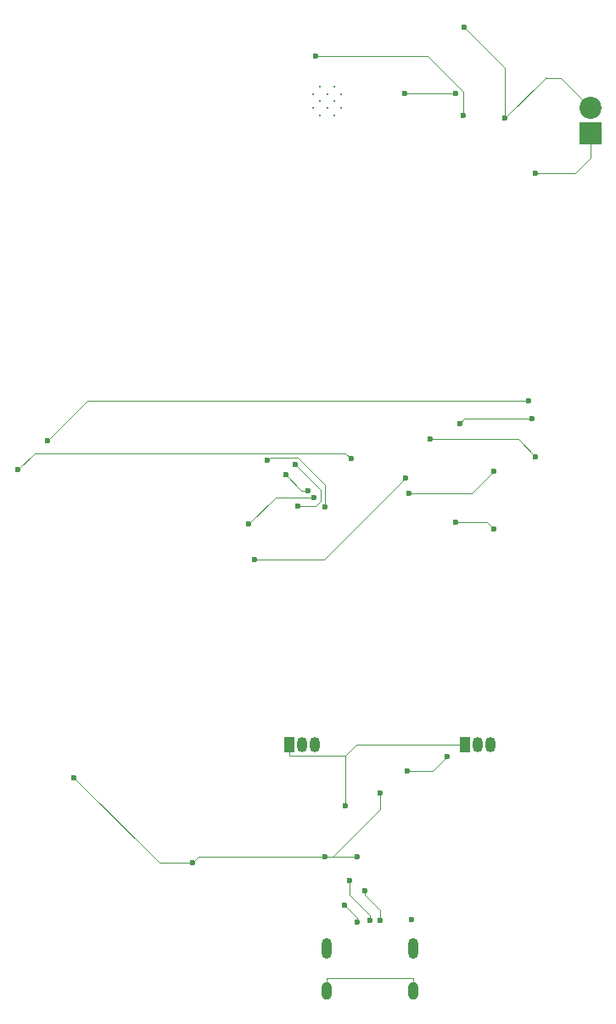
<source format=gbr>
%TF.GenerationSoftware,KiCad,Pcbnew,8.0.4*%
%TF.CreationDate,2025-08-04T00:55:42+05:30*%
%TF.ProjectId,Receiver,52656365-6976-4657-922e-6b696361645f,rev?*%
%TF.SameCoordinates,Original*%
%TF.FileFunction,Copper,L2,Bot*%
%TF.FilePolarity,Positive*%
%FSLAX46Y46*%
G04 Gerber Fmt 4.6, Leading zero omitted, Abs format (unit mm)*
G04 Created by KiCad (PCBNEW 8.0.4) date 2025-08-04 00:55:42*
%MOMM*%
%LPD*%
G01*
G04 APERTURE LIST*
%TA.AperFunction,ComponentPad*%
%ADD10C,0.300000*%
%TD*%
%TA.AperFunction,ComponentPad*%
%ADD11R,1.050000X1.500000*%
%TD*%
%TA.AperFunction,ComponentPad*%
%ADD12O,1.050000X1.500000*%
%TD*%
%TA.AperFunction,ComponentPad*%
%ADD13O,1.000000X2.100000*%
%TD*%
%TA.AperFunction,ComponentPad*%
%ADD14O,1.000000X1.800000*%
%TD*%
%TA.AperFunction,ComponentPad*%
%ADD15R,2.200000X2.200000*%
%TD*%
%TA.AperFunction,ComponentPad*%
%ADD16C,2.200000*%
%TD*%
%TA.AperFunction,ViaPad*%
%ADD17C,0.600000*%
%TD*%
%TA.AperFunction,Conductor*%
%ADD18C,0.100000*%
%TD*%
G04 APERTURE END LIST*
D10*
%TO.P,U2,40*%
%TO.N,N/C*%
X134550000Y-57400000D03*
%TO.P,U2,41*%
X135950000Y-57400000D03*
%TO.P,U2,42*%
X133850000Y-58100000D03*
%TO.P,U2,43*%
X135250000Y-58100000D03*
%TO.P,U2,44*%
X136650000Y-58100000D03*
%TO.P,U2,45*%
X134550000Y-58800000D03*
%TO.P,U2,46*%
X135950000Y-58800000D03*
%TO.P,U2,47*%
X133850000Y-59500000D03*
%TO.P,U2,48*%
X135250000Y-59500000D03*
%TO.P,U2,49*%
X136650000Y-59500000D03*
%TO.P,U2,50*%
X134550000Y-60200000D03*
%TO.P,U2,51*%
X135950000Y-60200000D03*
%TD*%
D11*
%TO.P,Q2,1,E*%
%TO.N,GND*%
X131460000Y-123000000D03*
D12*
%TO.P,Q2,2,B*%
%TO.N,Net-(Q2-B)*%
X132730000Y-123000000D03*
%TO.P,Q2,3,C*%
%TO.N,Net-(Q2-C)*%
X134000000Y-123000000D03*
%TD*%
D11*
%TO.P,Q1,1,E*%
%TO.N,GND*%
X148960000Y-123000000D03*
D12*
%TO.P,Q1,2,B*%
%TO.N,Net-(Q1-B)*%
X150230000Y-123000000D03*
%TO.P,Q1,3,C*%
%TO.N,Net-(Q1-C)*%
X151500000Y-123000000D03*
%TD*%
D13*
%TO.P,J4,S1,SHIELD*%
%TO.N,Net-(J4-SHIELD)*%
X135180000Y-143320000D03*
D14*
X135180000Y-147500000D03*
D13*
X143820000Y-143320000D03*
D14*
X143820000Y-147500000D03*
%TD*%
D15*
%TO.P,J1,1,Pin_1*%
%TO.N,+12V*%
X161500000Y-62000000D03*
D16*
%TO.P,J1,2,Pin_2*%
%TO.N,GND*%
X161500000Y-59460000D03*
%TD*%
D17*
%TO.N,+12V*%
X156000000Y-66000000D03*
%TO.N,Net-(U3-D-)*%
X139500000Y-140500000D03*
X137500000Y-136500000D03*
%TO.N,Net-(U3-D+)*%
X140500000Y-140500000D03*
%TO.N,Net-(J4-CC1)*%
X138209620Y-140709620D03*
X137000000Y-139000000D03*
%TO.N,Net-(U2-IO26)*%
X131139000Y-96085300D03*
X133331900Y-97624300D03*
%TO.N,Net-(U2-IO23)*%
X151882000Y-95673800D03*
X143402000Y-97900100D03*
%TO.N,Net-(U2-IO14)*%
X135053100Y-99276800D03*
X129289700Y-94609300D03*
%TO.N,Net-(U2-IO18)*%
X142970800Y-58078200D03*
X148088100Y-58078200D03*
%TO.N,Net-(U3-~{RTS})*%
X147198800Y-124177600D03*
X143233600Y-125568000D03*
%TO.N,Net-(Q1-C)*%
X156053500Y-94245400D03*
X145503900Y-92473200D03*
%TO.N,Net-(J5-SIG)*%
X104355600Y-95578600D03*
X137606800Y-94483000D03*
%TO.N,Net-(J4-CC2)*%
X143634000Y-140396700D03*
%TO.N,Net-(U3-D+)*%
X138984300Y-137500000D03*
%TO.N,Net-(U5-VR_PA)*%
X143093700Y-96424800D03*
X127957700Y-104559700D03*
%TO.N,Net-(U5-VR_DIG)*%
X127382700Y-101003900D03*
X133916700Y-98314800D03*
%TO.N,Net-(U2-EN)*%
X132013400Y-94998300D03*
X132302000Y-99156200D03*
%TO.N,Net-(U1-OUT)*%
X155679100Y-90505300D03*
X148496300Y-90931300D03*
X121794100Y-134780600D03*
X135000000Y-134151100D03*
X109978400Y-126289300D03*
X140489000Y-127800000D03*
X138277700Y-134151100D03*
X134059600Y-54319200D03*
X148837600Y-60213400D03*
%TO.N,+12V*%
X155307000Y-88650000D03*
X107326000Y-92631500D03*
%TO.N,GND*%
X153000000Y-60500000D03*
X148911600Y-51427800D03*
X148053400Y-100803500D03*
X151882000Y-101472800D03*
X137030000Y-129075900D03*
%TD*%
D18*
%TO.N,+12V*%
X161500000Y-64500000D02*
X161500000Y-62000000D01*
X160000000Y-66000000D02*
X161500000Y-64500000D01*
%TO.N,GND*%
X158540000Y-56500000D02*
X161500000Y-59460000D01*
X157000000Y-56500000D02*
X158540000Y-56500000D01*
%TO.N,+12V*%
X156000000Y-66000000D02*
X160000000Y-66000000D01*
%TO.N,GND*%
X157000000Y-56500000D02*
X157040000Y-56460000D01*
X153000000Y-60500000D02*
X157000000Y-56500000D01*
X153000000Y-55516200D02*
X148911600Y-51427800D01*
X153000000Y-60500000D02*
X153000000Y-55516200D01*
%TO.N,Net-(U3-D-)*%
X139500000Y-140000000D02*
X139500000Y-140500000D01*
X137500000Y-138000000D02*
X139500000Y-140000000D01*
X137500000Y-136500000D02*
X137500000Y-138000000D01*
%TO.N,Net-(U3-D+)*%
X138984300Y-137984300D02*
X138984300Y-137500000D01*
X140500000Y-140500000D02*
X140500000Y-139500000D01*
X140500000Y-139500000D02*
X138984300Y-137984300D01*
%TO.N,Net-(U1-OUT)*%
X136040300Y-134151100D02*
X135000000Y-134151100D01*
X135000000Y-134151100D02*
X135762200Y-134151100D01*
X135762200Y-134151100D02*
X140489000Y-129424300D01*
X140489000Y-129424300D02*
X140489000Y-127800000D01*
%TO.N,Net-(J4-CC1)*%
X138209620Y-140209620D02*
X137000000Y-139000000D01*
X138209620Y-140709620D02*
X138209620Y-140209620D01*
%TO.N,Net-(U2-IO26)*%
X132678000Y-97624300D02*
X133331900Y-97624300D01*
X131139000Y-96085300D02*
X132678000Y-97624300D01*
%TO.N,Net-(U2-IO23)*%
X149655700Y-97900100D02*
X143402000Y-97900100D01*
X151882000Y-95673800D02*
X149655700Y-97900100D01*
%TO.N,Net-(U2-IO14)*%
X129574300Y-94324700D02*
X129289700Y-94609300D01*
X132271700Y-94324700D02*
X129574300Y-94324700D01*
X135053100Y-97106100D02*
X132271700Y-94324700D01*
X135053100Y-99276800D02*
X135053100Y-97106100D01*
%TO.N,Net-(U2-IO18)*%
X142970800Y-58078200D02*
X148088100Y-58078200D01*
%TO.N,Net-(U3-~{RTS})*%
X145808400Y-125568000D02*
X143233600Y-125568000D01*
X147198800Y-124177600D02*
X145808400Y-125568000D01*
%TO.N,Net-(Q1-C)*%
X154281300Y-92473200D02*
X145503900Y-92473200D01*
X156053500Y-94245400D02*
X154281300Y-92473200D01*
%TO.N,Net-(J5-SIG)*%
X106034700Y-93899500D02*
X104355600Y-95578600D01*
X137023300Y-93899500D02*
X106034700Y-93899500D01*
X137606800Y-94483000D02*
X137023300Y-93899500D01*
%TO.N,Net-(U5-VR_PA)*%
X134958800Y-104559700D02*
X127957700Y-104559700D01*
X143093700Y-96424800D02*
X134958800Y-104559700D01*
%TO.N,Net-(U5-VR_DIG)*%
X133916700Y-98314900D02*
X133916700Y-98314800D01*
X130071700Y-98314900D02*
X133916700Y-98314900D01*
X127382700Y-101003900D02*
X130071700Y-98314900D01*
%TO.N,Net-(U2-EN)*%
X134077800Y-99156200D02*
X132302000Y-99156200D01*
X134582100Y-98651900D02*
X134077800Y-99156200D01*
X134582100Y-97567000D02*
X134582100Y-98651900D01*
X132013400Y-94998300D02*
X134582100Y-97567000D01*
%TO.N,Net-(J4-SHIELD)*%
X135180000Y-146248300D02*
X143820000Y-146248300D01*
X135180000Y-147500000D02*
X135180000Y-146248300D01*
X143820000Y-147500000D02*
X143820000Y-146248300D01*
%TO.N,Net-(U1-OUT)*%
X118469700Y-134780600D02*
X121794100Y-134780600D01*
X109978400Y-126289300D02*
X118469700Y-134780600D01*
X136040300Y-134151100D02*
X138277700Y-134151100D01*
X122423600Y-134151100D02*
X121794100Y-134780600D01*
X136040300Y-134151100D02*
X122423600Y-134151100D01*
X148922300Y-90505300D02*
X148496300Y-90931300D01*
X155679100Y-90505300D02*
X148922300Y-90505300D01*
X148837600Y-57893000D02*
X148837600Y-60213400D01*
X145263800Y-54319200D02*
X148837600Y-57893000D01*
X134059600Y-54319200D02*
X145263800Y-54319200D01*
%TO.N,+12V*%
X111307500Y-88650000D02*
X155307000Y-88650000D01*
X107326000Y-92631500D02*
X111307500Y-88650000D01*
%TO.N,GND*%
X148960000Y-123000000D02*
X148083300Y-123000000D01*
X131460000Y-123000000D02*
X131460000Y-124101700D01*
X151212700Y-100803500D02*
X151882000Y-101472800D01*
X148053400Y-100803500D02*
X151212700Y-100803500D01*
X138131700Y-123000000D02*
X137030000Y-124101700D01*
X148083300Y-123000000D02*
X138131700Y-123000000D01*
X137030000Y-129075900D02*
X137030000Y-124101700D01*
X137030000Y-124101700D02*
X131460000Y-124101700D01*
%TD*%
M02*

</source>
